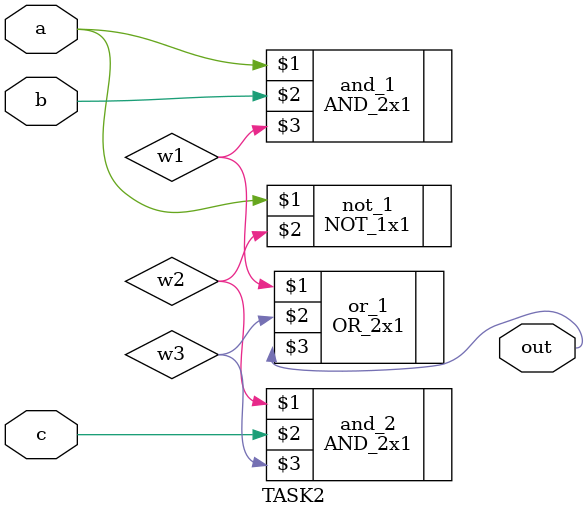
<source format=v>
`timescale 1ns / 1ps
module TASK2(a,b,c,out);
input a,b,c;
output out;
wire w1,w2,w3;

AND_2x1 and_1(a,b,w1);
NOT_1x1 not_1(a,w2);
AND_2x1 and_2(w2,c,w3);
OR_2x1 or_1(w1,w3,out);

endmodule

</source>
